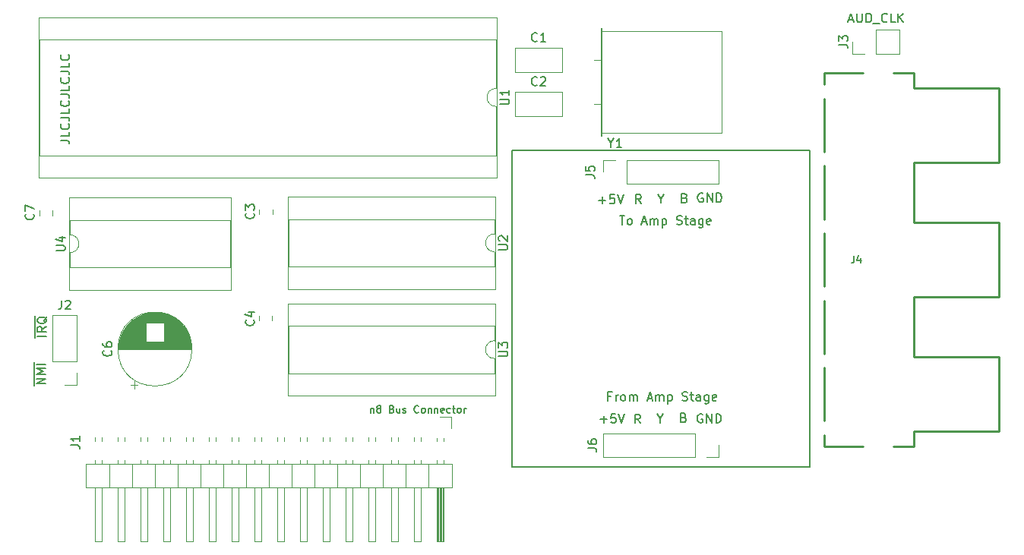
<source format=gbr>
%TF.GenerationSoftware,KiCad,Pcbnew,(6.0.5-0)*%
%TF.CreationDate,2023-04-14T17:42:22+02:00*%
%TF.ProjectId,pixel juice,70697865-6c20-46a7-9569-63652e6b6963,rev?*%
%TF.SameCoordinates,Original*%
%TF.FileFunction,Legend,Top*%
%TF.FilePolarity,Positive*%
%FSLAX46Y46*%
G04 Gerber Fmt 4.6, Leading zero omitted, Abs format (unit mm)*
G04 Created by KiCad (PCBNEW (6.0.5-0)) date 2023-04-14 17:42:22*
%MOMM*%
%LPD*%
G01*
G04 APERTURE LIST*
%ADD10C,0.200000*%
%ADD11C,0.150000*%
%ADD12C,0.120000*%
%ADD13C,0.250000*%
G04 APERTURE END LIST*
D10*
X104952380Y-80469047D02*
X105666666Y-80469047D01*
X105809523Y-80516666D01*
X105904761Y-80611904D01*
X105952380Y-80754761D01*
X105952380Y-80850000D01*
X105952380Y-79516666D02*
X105952380Y-79992857D01*
X104952380Y-79992857D01*
X105857142Y-78611904D02*
X105904761Y-78659523D01*
X105952380Y-78802380D01*
X105952380Y-78897619D01*
X105904761Y-79040476D01*
X105809523Y-79135714D01*
X105714285Y-79183333D01*
X105523809Y-79230952D01*
X105380952Y-79230952D01*
X105190476Y-79183333D01*
X105095238Y-79135714D01*
X105000000Y-79040476D01*
X104952380Y-78897619D01*
X104952380Y-78802380D01*
X105000000Y-78659523D01*
X105047619Y-78611904D01*
X104952380Y-77897619D02*
X105666666Y-77897619D01*
X105809523Y-77945238D01*
X105904761Y-78040476D01*
X105952380Y-78183333D01*
X105952380Y-78278571D01*
X105952380Y-76945238D02*
X105952380Y-77421428D01*
X104952380Y-77421428D01*
X105857142Y-76040476D02*
X105904761Y-76088095D01*
X105952380Y-76230952D01*
X105952380Y-76326190D01*
X105904761Y-76469047D01*
X105809523Y-76564285D01*
X105714285Y-76611904D01*
X105523809Y-76659523D01*
X105380952Y-76659523D01*
X105190476Y-76611904D01*
X105095238Y-76564285D01*
X105000000Y-76469047D01*
X104952380Y-76326190D01*
X104952380Y-76230952D01*
X105000000Y-76088095D01*
X105047619Y-76040476D01*
X104952380Y-75326190D02*
X105666666Y-75326190D01*
X105809523Y-75373809D01*
X105904761Y-75469047D01*
X105952380Y-75611904D01*
X105952380Y-75707142D01*
X105952380Y-74373809D02*
X105952380Y-74850000D01*
X104952380Y-74850000D01*
X105857142Y-73469047D02*
X105904761Y-73516666D01*
X105952380Y-73659523D01*
X105952380Y-73754761D01*
X105904761Y-73897619D01*
X105809523Y-73992857D01*
X105714285Y-74040476D01*
X105523809Y-74088095D01*
X105380952Y-74088095D01*
X105190476Y-74040476D01*
X105095238Y-73992857D01*
X105000000Y-73897619D01*
X104952380Y-73754761D01*
X104952380Y-73659523D01*
X105000000Y-73516666D01*
X105047619Y-73469047D01*
X104952380Y-72754761D02*
X105666666Y-72754761D01*
X105809523Y-72802380D01*
X105904761Y-72897619D01*
X105952380Y-73040476D01*
X105952380Y-73135714D01*
X105952380Y-71802380D02*
X105952380Y-72278571D01*
X104952380Y-72278571D01*
X105857142Y-70897619D02*
X105904761Y-70945238D01*
X105952380Y-71088095D01*
X105952380Y-71183333D01*
X105904761Y-71326190D01*
X105809523Y-71421428D01*
X105714285Y-71469047D01*
X105523809Y-71516666D01*
X105380952Y-71516666D01*
X105190476Y-71469047D01*
X105095238Y-71421428D01*
X105000000Y-71326190D01*
X104952380Y-71183333D01*
X104952380Y-71088095D01*
X105000000Y-70945238D01*
X105047619Y-70897619D01*
X155300000Y-81550000D02*
X188450000Y-81550000D01*
X188450000Y-81550000D02*
X188450000Y-116900000D01*
X188450000Y-116900000D02*
X155300000Y-116900000D01*
X155300000Y-116900000D02*
X155300000Y-81550000D01*
D11*
X139522857Y-110318571D02*
X139522857Y-110851904D01*
X139522857Y-110394761D02*
X139560952Y-110356666D01*
X139637142Y-110318571D01*
X139751428Y-110318571D01*
X139827619Y-110356666D01*
X139865714Y-110432857D01*
X139865714Y-110851904D01*
X140360952Y-110394761D02*
X140284761Y-110356666D01*
X140246666Y-110318571D01*
X140208571Y-110242380D01*
X140208571Y-110204285D01*
X140246666Y-110128095D01*
X140284761Y-110090000D01*
X140360952Y-110051904D01*
X140513333Y-110051904D01*
X140589523Y-110090000D01*
X140627619Y-110128095D01*
X140665714Y-110204285D01*
X140665714Y-110242380D01*
X140627619Y-110318571D01*
X140589523Y-110356666D01*
X140513333Y-110394761D01*
X140360952Y-110394761D01*
X140284761Y-110432857D01*
X140246666Y-110470952D01*
X140208571Y-110547142D01*
X140208571Y-110699523D01*
X140246666Y-110775714D01*
X140284761Y-110813809D01*
X140360952Y-110851904D01*
X140513333Y-110851904D01*
X140589523Y-110813809D01*
X140627619Y-110775714D01*
X140665714Y-110699523D01*
X140665714Y-110547142D01*
X140627619Y-110470952D01*
X140589523Y-110432857D01*
X140513333Y-110394761D01*
X141884761Y-110432857D02*
X141999047Y-110470952D01*
X142037142Y-110509047D01*
X142075238Y-110585238D01*
X142075238Y-110699523D01*
X142037142Y-110775714D01*
X141999047Y-110813809D01*
X141922857Y-110851904D01*
X141618095Y-110851904D01*
X141618095Y-110051904D01*
X141884761Y-110051904D01*
X141960952Y-110090000D01*
X141999047Y-110128095D01*
X142037142Y-110204285D01*
X142037142Y-110280476D01*
X141999047Y-110356666D01*
X141960952Y-110394761D01*
X141884761Y-110432857D01*
X141618095Y-110432857D01*
X142760952Y-110318571D02*
X142760952Y-110851904D01*
X142418095Y-110318571D02*
X142418095Y-110737619D01*
X142456190Y-110813809D01*
X142532380Y-110851904D01*
X142646666Y-110851904D01*
X142722857Y-110813809D01*
X142760952Y-110775714D01*
X143103809Y-110813809D02*
X143180000Y-110851904D01*
X143332380Y-110851904D01*
X143408571Y-110813809D01*
X143446666Y-110737619D01*
X143446666Y-110699523D01*
X143408571Y-110623333D01*
X143332380Y-110585238D01*
X143218095Y-110585238D01*
X143141904Y-110547142D01*
X143103809Y-110470952D01*
X143103809Y-110432857D01*
X143141904Y-110356666D01*
X143218095Y-110318571D01*
X143332380Y-110318571D01*
X143408571Y-110356666D01*
X144856190Y-110775714D02*
X144818095Y-110813809D01*
X144703809Y-110851904D01*
X144627619Y-110851904D01*
X144513333Y-110813809D01*
X144437142Y-110737619D01*
X144399047Y-110661428D01*
X144360952Y-110509047D01*
X144360952Y-110394761D01*
X144399047Y-110242380D01*
X144437142Y-110166190D01*
X144513333Y-110090000D01*
X144627619Y-110051904D01*
X144703809Y-110051904D01*
X144818095Y-110090000D01*
X144856190Y-110128095D01*
X145313333Y-110851904D02*
X145237142Y-110813809D01*
X145199047Y-110775714D01*
X145160952Y-110699523D01*
X145160952Y-110470952D01*
X145199047Y-110394761D01*
X145237142Y-110356666D01*
X145313333Y-110318571D01*
X145427619Y-110318571D01*
X145503809Y-110356666D01*
X145541904Y-110394761D01*
X145580000Y-110470952D01*
X145580000Y-110699523D01*
X145541904Y-110775714D01*
X145503809Y-110813809D01*
X145427619Y-110851904D01*
X145313333Y-110851904D01*
X145922857Y-110318571D02*
X145922857Y-110851904D01*
X145922857Y-110394761D02*
X145960952Y-110356666D01*
X146037142Y-110318571D01*
X146151428Y-110318571D01*
X146227619Y-110356666D01*
X146265714Y-110432857D01*
X146265714Y-110851904D01*
X146646666Y-110318571D02*
X146646666Y-110851904D01*
X146646666Y-110394761D02*
X146684761Y-110356666D01*
X146760952Y-110318571D01*
X146875238Y-110318571D01*
X146951428Y-110356666D01*
X146989523Y-110432857D01*
X146989523Y-110851904D01*
X147675238Y-110813809D02*
X147599047Y-110851904D01*
X147446666Y-110851904D01*
X147370476Y-110813809D01*
X147332380Y-110737619D01*
X147332380Y-110432857D01*
X147370476Y-110356666D01*
X147446666Y-110318571D01*
X147599047Y-110318571D01*
X147675238Y-110356666D01*
X147713333Y-110432857D01*
X147713333Y-110509047D01*
X147332380Y-110585238D01*
X148399047Y-110813809D02*
X148322857Y-110851904D01*
X148170476Y-110851904D01*
X148094285Y-110813809D01*
X148056190Y-110775714D01*
X148018095Y-110699523D01*
X148018095Y-110470952D01*
X148056190Y-110394761D01*
X148094285Y-110356666D01*
X148170476Y-110318571D01*
X148322857Y-110318571D01*
X148399047Y-110356666D01*
X148627619Y-110318571D02*
X148932380Y-110318571D01*
X148741904Y-110051904D02*
X148741904Y-110737619D01*
X148780000Y-110813809D01*
X148856190Y-110851904D01*
X148932380Y-110851904D01*
X149313333Y-110851904D02*
X149237142Y-110813809D01*
X149199047Y-110775714D01*
X149160952Y-110699523D01*
X149160952Y-110470952D01*
X149199047Y-110394761D01*
X149237142Y-110356666D01*
X149313333Y-110318571D01*
X149427619Y-110318571D01*
X149503809Y-110356666D01*
X149541904Y-110394761D01*
X149580000Y-110470952D01*
X149580000Y-110699523D01*
X149541904Y-110775714D01*
X149503809Y-110813809D01*
X149427619Y-110851904D01*
X149313333Y-110851904D01*
X149922857Y-110851904D02*
X149922857Y-110318571D01*
X149922857Y-110470952D02*
X149960952Y-110394761D01*
X149999047Y-110356666D01*
X150075238Y-110318571D01*
X150151428Y-110318571D01*
X166309523Y-108978571D02*
X165976190Y-108978571D01*
X165976190Y-109502380D02*
X165976190Y-108502380D01*
X166452380Y-108502380D01*
X166833333Y-109502380D02*
X166833333Y-108835714D01*
X166833333Y-109026190D02*
X166880952Y-108930952D01*
X166928571Y-108883333D01*
X167023809Y-108835714D01*
X167119047Y-108835714D01*
X167595238Y-109502380D02*
X167500000Y-109454761D01*
X167452380Y-109407142D01*
X167404761Y-109311904D01*
X167404761Y-109026190D01*
X167452380Y-108930952D01*
X167500000Y-108883333D01*
X167595238Y-108835714D01*
X167738095Y-108835714D01*
X167833333Y-108883333D01*
X167880952Y-108930952D01*
X167928571Y-109026190D01*
X167928571Y-109311904D01*
X167880952Y-109407142D01*
X167833333Y-109454761D01*
X167738095Y-109502380D01*
X167595238Y-109502380D01*
X168357142Y-109502380D02*
X168357142Y-108835714D01*
X168357142Y-108930952D02*
X168404761Y-108883333D01*
X168500000Y-108835714D01*
X168642857Y-108835714D01*
X168738095Y-108883333D01*
X168785714Y-108978571D01*
X168785714Y-109502380D01*
X168785714Y-108978571D02*
X168833333Y-108883333D01*
X168928571Y-108835714D01*
X169071428Y-108835714D01*
X169166666Y-108883333D01*
X169214285Y-108978571D01*
X169214285Y-109502380D01*
X170404761Y-109216666D02*
X170880952Y-109216666D01*
X170309523Y-109502380D02*
X170642857Y-108502380D01*
X170976190Y-109502380D01*
X171309523Y-109502380D02*
X171309523Y-108835714D01*
X171309523Y-108930952D02*
X171357142Y-108883333D01*
X171452380Y-108835714D01*
X171595238Y-108835714D01*
X171690476Y-108883333D01*
X171738095Y-108978571D01*
X171738095Y-109502380D01*
X171738095Y-108978571D02*
X171785714Y-108883333D01*
X171880952Y-108835714D01*
X172023809Y-108835714D01*
X172119047Y-108883333D01*
X172166666Y-108978571D01*
X172166666Y-109502380D01*
X172642857Y-108835714D02*
X172642857Y-109835714D01*
X172642857Y-108883333D02*
X172738095Y-108835714D01*
X172928571Y-108835714D01*
X173023809Y-108883333D01*
X173071428Y-108930952D01*
X173119047Y-109026190D01*
X173119047Y-109311904D01*
X173071428Y-109407142D01*
X173023809Y-109454761D01*
X172928571Y-109502380D01*
X172738095Y-109502380D01*
X172642857Y-109454761D01*
X174261904Y-109454761D02*
X174404761Y-109502380D01*
X174642857Y-109502380D01*
X174738095Y-109454761D01*
X174785714Y-109407142D01*
X174833333Y-109311904D01*
X174833333Y-109216666D01*
X174785714Y-109121428D01*
X174738095Y-109073809D01*
X174642857Y-109026190D01*
X174452380Y-108978571D01*
X174357142Y-108930952D01*
X174309523Y-108883333D01*
X174261904Y-108788095D01*
X174261904Y-108692857D01*
X174309523Y-108597619D01*
X174357142Y-108550000D01*
X174452380Y-108502380D01*
X174690476Y-108502380D01*
X174833333Y-108550000D01*
X175119047Y-108835714D02*
X175500000Y-108835714D01*
X175261904Y-108502380D02*
X175261904Y-109359523D01*
X175309523Y-109454761D01*
X175404761Y-109502380D01*
X175500000Y-109502380D01*
X176261904Y-109502380D02*
X176261904Y-108978571D01*
X176214285Y-108883333D01*
X176119047Y-108835714D01*
X175928571Y-108835714D01*
X175833333Y-108883333D01*
X176261904Y-109454761D02*
X176166666Y-109502380D01*
X175928571Y-109502380D01*
X175833333Y-109454761D01*
X175785714Y-109359523D01*
X175785714Y-109264285D01*
X175833333Y-109169047D01*
X175928571Y-109121428D01*
X176166666Y-109121428D01*
X176261904Y-109073809D01*
X177166666Y-108835714D02*
X177166666Y-109645238D01*
X177119047Y-109740476D01*
X177071428Y-109788095D01*
X176976190Y-109835714D01*
X176833333Y-109835714D01*
X176738095Y-109788095D01*
X177166666Y-109454761D02*
X177071428Y-109502380D01*
X176880952Y-109502380D01*
X176785714Y-109454761D01*
X176738095Y-109407142D01*
X176690476Y-109311904D01*
X176690476Y-109026190D01*
X176738095Y-108930952D01*
X176785714Y-108883333D01*
X176880952Y-108835714D01*
X177071428Y-108835714D01*
X177166666Y-108883333D01*
X178023809Y-109454761D02*
X177928571Y-109502380D01*
X177738095Y-109502380D01*
X177642857Y-109454761D01*
X177595238Y-109359523D01*
X177595238Y-108978571D01*
X177642857Y-108883333D01*
X177738095Y-108835714D01*
X177928571Y-108835714D01*
X178023809Y-108883333D01*
X178071428Y-108978571D01*
X178071428Y-109073809D01*
X177595238Y-109169047D01*
X102020000Y-107838333D02*
X102020000Y-106790714D01*
X103302380Y-107600238D02*
X102302380Y-107600238D01*
X103302380Y-107028809D01*
X102302380Y-107028809D01*
X102020000Y-106790714D02*
X102020000Y-105647857D01*
X103302380Y-106552619D02*
X102302380Y-106552619D01*
X103016666Y-106219285D01*
X102302380Y-105885952D01*
X103302380Y-105885952D01*
X102020000Y-105647857D02*
X102020000Y-105171666D01*
X103302380Y-105409761D02*
X102302380Y-105409761D01*
X171800000Y-111476190D02*
X171800000Y-111952380D01*
X171466666Y-110952380D02*
X171800000Y-111476190D01*
X172133333Y-110952380D01*
X164964285Y-87121428D02*
X165726190Y-87121428D01*
X165345238Y-87502380D02*
X165345238Y-86740476D01*
X166678571Y-86502380D02*
X166202380Y-86502380D01*
X166154761Y-86978571D01*
X166202380Y-86930952D01*
X166297619Y-86883333D01*
X166535714Y-86883333D01*
X166630952Y-86930952D01*
X166678571Y-86978571D01*
X166726190Y-87073809D01*
X166726190Y-87311904D01*
X166678571Y-87407142D01*
X166630952Y-87454761D01*
X166535714Y-87502380D01*
X166297619Y-87502380D01*
X166202380Y-87454761D01*
X166154761Y-87407142D01*
X167011904Y-86502380D02*
X167345238Y-87502380D01*
X167678571Y-86502380D01*
X169559523Y-112002380D02*
X169226190Y-111526190D01*
X168988095Y-112002380D02*
X168988095Y-111002380D01*
X169369047Y-111002380D01*
X169464285Y-111050000D01*
X169511904Y-111097619D01*
X169559523Y-111192857D01*
X169559523Y-111335714D01*
X169511904Y-111430952D01*
X169464285Y-111478571D01*
X169369047Y-111526190D01*
X168988095Y-111526190D01*
X176488095Y-111000000D02*
X176392857Y-110952380D01*
X176250000Y-110952380D01*
X176107142Y-111000000D01*
X176011904Y-111095238D01*
X175964285Y-111190476D01*
X175916666Y-111380952D01*
X175916666Y-111523809D01*
X175964285Y-111714285D01*
X176011904Y-111809523D01*
X176107142Y-111904761D01*
X176250000Y-111952380D01*
X176345238Y-111952380D01*
X176488095Y-111904761D01*
X176535714Y-111857142D01*
X176535714Y-111523809D01*
X176345238Y-111523809D01*
X176964285Y-111952380D02*
X176964285Y-110952380D01*
X177535714Y-111952380D01*
X177535714Y-110952380D01*
X178011904Y-111952380D02*
X178011904Y-110952380D01*
X178250000Y-110952380D01*
X178392857Y-111000000D01*
X178488095Y-111095238D01*
X178535714Y-111190476D01*
X178583333Y-111380952D01*
X178583333Y-111523809D01*
X178535714Y-111714285D01*
X178488095Y-111809523D01*
X178392857Y-111904761D01*
X178250000Y-111952380D01*
X178011904Y-111952380D01*
X167257142Y-88852380D02*
X167828571Y-88852380D01*
X167542857Y-89852380D02*
X167542857Y-88852380D01*
X168304761Y-89852380D02*
X168209523Y-89804761D01*
X168161904Y-89757142D01*
X168114285Y-89661904D01*
X168114285Y-89376190D01*
X168161904Y-89280952D01*
X168209523Y-89233333D01*
X168304761Y-89185714D01*
X168447619Y-89185714D01*
X168542857Y-89233333D01*
X168590476Y-89280952D01*
X168638095Y-89376190D01*
X168638095Y-89661904D01*
X168590476Y-89757142D01*
X168542857Y-89804761D01*
X168447619Y-89852380D01*
X168304761Y-89852380D01*
X169780952Y-89566666D02*
X170257142Y-89566666D01*
X169685714Y-89852380D02*
X170019047Y-88852380D01*
X170352380Y-89852380D01*
X170685714Y-89852380D02*
X170685714Y-89185714D01*
X170685714Y-89280952D02*
X170733333Y-89233333D01*
X170828571Y-89185714D01*
X170971428Y-89185714D01*
X171066666Y-89233333D01*
X171114285Y-89328571D01*
X171114285Y-89852380D01*
X171114285Y-89328571D02*
X171161904Y-89233333D01*
X171257142Y-89185714D01*
X171400000Y-89185714D01*
X171495238Y-89233333D01*
X171542857Y-89328571D01*
X171542857Y-89852380D01*
X172019047Y-89185714D02*
X172019047Y-90185714D01*
X172019047Y-89233333D02*
X172114285Y-89185714D01*
X172304761Y-89185714D01*
X172400000Y-89233333D01*
X172447619Y-89280952D01*
X172495238Y-89376190D01*
X172495238Y-89661904D01*
X172447619Y-89757142D01*
X172400000Y-89804761D01*
X172304761Y-89852380D01*
X172114285Y-89852380D01*
X172019047Y-89804761D01*
X173638095Y-89804761D02*
X173780952Y-89852380D01*
X174019047Y-89852380D01*
X174114285Y-89804761D01*
X174161904Y-89757142D01*
X174209523Y-89661904D01*
X174209523Y-89566666D01*
X174161904Y-89471428D01*
X174114285Y-89423809D01*
X174019047Y-89376190D01*
X173828571Y-89328571D01*
X173733333Y-89280952D01*
X173685714Y-89233333D01*
X173638095Y-89138095D01*
X173638095Y-89042857D01*
X173685714Y-88947619D01*
X173733333Y-88900000D01*
X173828571Y-88852380D01*
X174066666Y-88852380D01*
X174209523Y-88900000D01*
X174495238Y-89185714D02*
X174876190Y-89185714D01*
X174638095Y-88852380D02*
X174638095Y-89709523D01*
X174685714Y-89804761D01*
X174780952Y-89852380D01*
X174876190Y-89852380D01*
X175638095Y-89852380D02*
X175638095Y-89328571D01*
X175590476Y-89233333D01*
X175495238Y-89185714D01*
X175304761Y-89185714D01*
X175209523Y-89233333D01*
X175638095Y-89804761D02*
X175542857Y-89852380D01*
X175304761Y-89852380D01*
X175209523Y-89804761D01*
X175161904Y-89709523D01*
X175161904Y-89614285D01*
X175209523Y-89519047D01*
X175304761Y-89471428D01*
X175542857Y-89471428D01*
X175638095Y-89423809D01*
X176542857Y-89185714D02*
X176542857Y-89995238D01*
X176495238Y-90090476D01*
X176447619Y-90138095D01*
X176352380Y-90185714D01*
X176209523Y-90185714D01*
X176114285Y-90138095D01*
X176542857Y-89804761D02*
X176447619Y-89852380D01*
X176257142Y-89852380D01*
X176161904Y-89804761D01*
X176114285Y-89757142D01*
X176066666Y-89661904D01*
X176066666Y-89376190D01*
X176114285Y-89280952D01*
X176161904Y-89233333D01*
X176257142Y-89185714D01*
X176447619Y-89185714D01*
X176542857Y-89233333D01*
X177400000Y-89804761D02*
X177304761Y-89852380D01*
X177114285Y-89852380D01*
X177019047Y-89804761D01*
X176971428Y-89709523D01*
X176971428Y-89328571D01*
X177019047Y-89233333D01*
X177114285Y-89185714D01*
X177304761Y-89185714D01*
X177400000Y-89233333D01*
X177447619Y-89328571D01*
X177447619Y-89423809D01*
X176971428Y-89519047D01*
X192802380Y-67016666D02*
X193278571Y-67016666D01*
X192707142Y-67302380D02*
X193040476Y-66302380D01*
X193373809Y-67302380D01*
X193707142Y-66302380D02*
X193707142Y-67111904D01*
X193754761Y-67207142D01*
X193802380Y-67254761D01*
X193897619Y-67302380D01*
X194088095Y-67302380D01*
X194183333Y-67254761D01*
X194230952Y-67207142D01*
X194278571Y-67111904D01*
X194278571Y-66302380D01*
X194754761Y-67302380D02*
X194754761Y-66302380D01*
X194992857Y-66302380D01*
X195135714Y-66350000D01*
X195230952Y-66445238D01*
X195278571Y-66540476D01*
X195326190Y-66730952D01*
X195326190Y-66873809D01*
X195278571Y-67064285D01*
X195230952Y-67159523D01*
X195135714Y-67254761D01*
X194992857Y-67302380D01*
X194754761Y-67302380D01*
X195516666Y-67397619D02*
X196278571Y-67397619D01*
X197088095Y-67207142D02*
X197040476Y-67254761D01*
X196897619Y-67302380D01*
X196802380Y-67302380D01*
X196659523Y-67254761D01*
X196564285Y-67159523D01*
X196516666Y-67064285D01*
X196469047Y-66873809D01*
X196469047Y-66730952D01*
X196516666Y-66540476D01*
X196564285Y-66445238D01*
X196659523Y-66350000D01*
X196802380Y-66302380D01*
X196897619Y-66302380D01*
X197040476Y-66350000D01*
X197088095Y-66397619D01*
X197992857Y-67302380D02*
X197516666Y-67302380D01*
X197516666Y-66302380D01*
X198326190Y-67302380D02*
X198326190Y-66302380D01*
X198897619Y-67302380D02*
X198469047Y-66730952D01*
X198897619Y-66302380D02*
X198326190Y-66873809D01*
X102070000Y-102516904D02*
X102070000Y-102040714D01*
X103352380Y-102278809D02*
X102352380Y-102278809D01*
X102070000Y-102040714D02*
X102070000Y-101040714D01*
X103352380Y-101231190D02*
X102876190Y-101564523D01*
X103352380Y-101802619D02*
X102352380Y-101802619D01*
X102352380Y-101421666D01*
X102400000Y-101326428D01*
X102447619Y-101278809D01*
X102542857Y-101231190D01*
X102685714Y-101231190D01*
X102780952Y-101278809D01*
X102828571Y-101326428D01*
X102876190Y-101421666D01*
X102876190Y-101802619D01*
X102070000Y-101040714D02*
X102070000Y-99993095D01*
X103447619Y-100135952D02*
X103400000Y-100231190D01*
X103304761Y-100326428D01*
X103161904Y-100469285D01*
X103114285Y-100564523D01*
X103114285Y-100659761D01*
X103352380Y-100612142D02*
X103304761Y-100707380D01*
X103209523Y-100802619D01*
X103019047Y-100850238D01*
X102685714Y-100850238D01*
X102495238Y-100802619D01*
X102400000Y-100707380D01*
X102352380Y-100612142D01*
X102352380Y-100421666D01*
X102400000Y-100326428D01*
X102495238Y-100231190D01*
X102685714Y-100183571D01*
X103019047Y-100183571D01*
X103209523Y-100231190D01*
X103304761Y-100326428D01*
X103352380Y-100421666D01*
X103352380Y-100612142D01*
X174521428Y-86878571D02*
X174664285Y-86926190D01*
X174711904Y-86973809D01*
X174759523Y-87069047D01*
X174759523Y-87211904D01*
X174711904Y-87307142D01*
X174664285Y-87354761D01*
X174569047Y-87402380D01*
X174188095Y-87402380D01*
X174188095Y-86402380D01*
X174521428Y-86402380D01*
X174616666Y-86450000D01*
X174664285Y-86497619D01*
X174711904Y-86592857D01*
X174711904Y-86688095D01*
X174664285Y-86783333D01*
X174616666Y-86830952D01*
X174521428Y-86878571D01*
X174188095Y-86878571D01*
X169659523Y-87502380D02*
X169326190Y-87026190D01*
X169088095Y-87502380D02*
X169088095Y-86502380D01*
X169469047Y-86502380D01*
X169564285Y-86550000D01*
X169611904Y-86597619D01*
X169659523Y-86692857D01*
X169659523Y-86835714D01*
X169611904Y-86930952D01*
X169564285Y-86978571D01*
X169469047Y-87026190D01*
X169088095Y-87026190D01*
X174421428Y-111378571D02*
X174564285Y-111426190D01*
X174611904Y-111473809D01*
X174659523Y-111569047D01*
X174659523Y-111711904D01*
X174611904Y-111807142D01*
X174564285Y-111854761D01*
X174469047Y-111902380D01*
X174088095Y-111902380D01*
X174088095Y-110902380D01*
X174421428Y-110902380D01*
X174516666Y-110950000D01*
X174564285Y-110997619D01*
X174611904Y-111092857D01*
X174611904Y-111188095D01*
X174564285Y-111283333D01*
X174516666Y-111330952D01*
X174421428Y-111378571D01*
X174088095Y-111378571D01*
X176538095Y-86400000D02*
X176442857Y-86352380D01*
X176300000Y-86352380D01*
X176157142Y-86400000D01*
X176061904Y-86495238D01*
X176014285Y-86590476D01*
X175966666Y-86780952D01*
X175966666Y-86923809D01*
X176014285Y-87114285D01*
X176061904Y-87209523D01*
X176157142Y-87304761D01*
X176300000Y-87352380D01*
X176395238Y-87352380D01*
X176538095Y-87304761D01*
X176585714Y-87257142D01*
X176585714Y-86923809D01*
X176395238Y-86923809D01*
X177014285Y-87352380D02*
X177014285Y-86352380D01*
X177585714Y-87352380D01*
X177585714Y-86352380D01*
X178061904Y-87352380D02*
X178061904Y-86352380D01*
X178300000Y-86352380D01*
X178442857Y-86400000D01*
X178538095Y-86495238D01*
X178585714Y-86590476D01*
X178633333Y-86780952D01*
X178633333Y-86923809D01*
X178585714Y-87114285D01*
X178538095Y-87209523D01*
X178442857Y-87304761D01*
X178300000Y-87352380D01*
X178061904Y-87352380D01*
X165114285Y-111571428D02*
X165876190Y-111571428D01*
X165495238Y-111952380D02*
X165495238Y-111190476D01*
X166828571Y-110952380D02*
X166352380Y-110952380D01*
X166304761Y-111428571D01*
X166352380Y-111380952D01*
X166447619Y-111333333D01*
X166685714Y-111333333D01*
X166780952Y-111380952D01*
X166828571Y-111428571D01*
X166876190Y-111523809D01*
X166876190Y-111761904D01*
X166828571Y-111857142D01*
X166780952Y-111904761D01*
X166685714Y-111952380D01*
X166447619Y-111952380D01*
X166352380Y-111904761D01*
X166304761Y-111857142D01*
X167161904Y-110952380D02*
X167495238Y-111952380D01*
X167828571Y-110952380D01*
X171900000Y-86976190D02*
X171900000Y-87452380D01*
X171566666Y-86452380D02*
X171900000Y-86976190D01*
X172233333Y-86452380D01*
%TO.C,J1*%
X106102380Y-114430133D02*
X106816666Y-114430133D01*
X106959523Y-114477752D01*
X107054761Y-114572990D01*
X107102380Y-114715847D01*
X107102380Y-114811085D01*
X107102380Y-113430133D02*
X107102380Y-114001561D01*
X107102380Y-113715847D02*
X106102380Y-113715847D01*
X106245238Y-113811085D01*
X106340476Y-113906323D01*
X106388095Y-114001561D01*
%TO.C,U3*%
X153785980Y-104551704D02*
X154595504Y-104551704D01*
X154690742Y-104504085D01*
X154738361Y-104456466D01*
X154785980Y-104361228D01*
X154785980Y-104170752D01*
X154738361Y-104075514D01*
X154690742Y-104027895D01*
X154595504Y-103980276D01*
X153785980Y-103980276D01*
X153785980Y-103599323D02*
X153785980Y-102980276D01*
X154166933Y-103313609D01*
X154166933Y-103170752D01*
X154214552Y-103075514D01*
X154262171Y-103027895D01*
X154357409Y-102980276D01*
X154595504Y-102980276D01*
X154690742Y-103027895D01*
X154738361Y-103075514D01*
X154785980Y-103170752D01*
X154785980Y-103456466D01*
X154738361Y-103551704D01*
X154690742Y-103599323D01*
%TO.C,C3*%
X126457142Y-88566666D02*
X126504761Y-88614285D01*
X126552380Y-88757142D01*
X126552380Y-88852380D01*
X126504761Y-88995238D01*
X126409523Y-89090476D01*
X126314285Y-89138095D01*
X126123809Y-89185714D01*
X125980952Y-89185714D01*
X125790476Y-89138095D01*
X125695238Y-89090476D01*
X125600000Y-88995238D01*
X125552380Y-88852380D01*
X125552380Y-88757142D01*
X125600000Y-88614285D01*
X125647619Y-88566666D01*
X125552380Y-88233333D02*
X125552380Y-87614285D01*
X125933333Y-87947619D01*
X125933333Y-87804761D01*
X125980952Y-87709523D01*
X126028571Y-87661904D01*
X126123809Y-87614285D01*
X126361904Y-87614285D01*
X126457142Y-87661904D01*
X126504761Y-87709523D01*
X126552380Y-87804761D01*
X126552380Y-88090476D01*
X126504761Y-88185714D01*
X126457142Y-88233333D01*
%TO.C,U4*%
X104447380Y-92751904D02*
X105256904Y-92751904D01*
X105352142Y-92704285D01*
X105399761Y-92656666D01*
X105447380Y-92561428D01*
X105447380Y-92370952D01*
X105399761Y-92275714D01*
X105352142Y-92228095D01*
X105256904Y-92180476D01*
X104447380Y-92180476D01*
X104780714Y-91275714D02*
X105447380Y-91275714D01*
X104399761Y-91513809D02*
X105114047Y-91751904D01*
X105114047Y-91132857D01*
%TO.C,U2*%
X153785980Y-92651704D02*
X154595504Y-92651704D01*
X154690742Y-92604085D01*
X154738361Y-92556466D01*
X154785980Y-92461228D01*
X154785980Y-92270752D01*
X154738361Y-92175514D01*
X154690742Y-92127895D01*
X154595504Y-92080276D01*
X153785980Y-92080276D01*
X153881219Y-91651704D02*
X153833600Y-91604085D01*
X153785980Y-91508847D01*
X153785980Y-91270752D01*
X153833600Y-91175514D01*
X153881219Y-91127895D01*
X153976457Y-91080276D01*
X154071695Y-91080276D01*
X154214552Y-91127895D01*
X154785980Y-91699323D01*
X154785980Y-91080276D01*
%TO.C,J4*%
X193387532Y-93318803D02*
X193387532Y-93881233D01*
X193350037Y-93993719D01*
X193275046Y-94068710D01*
X193162560Y-94106205D01*
X193087570Y-94106205D01*
X194099944Y-93581271D02*
X194099944Y-94106205D01*
X193912467Y-93281308D02*
X193724990Y-93843738D01*
X194212430Y-93843738D01*
%TO.C,C7*%
X101907142Y-88666666D02*
X101954761Y-88714285D01*
X102002380Y-88857142D01*
X102002380Y-88952380D01*
X101954761Y-89095238D01*
X101859523Y-89190476D01*
X101764285Y-89238095D01*
X101573809Y-89285714D01*
X101430952Y-89285714D01*
X101240476Y-89238095D01*
X101145238Y-89190476D01*
X101050000Y-89095238D01*
X101002380Y-88952380D01*
X101002380Y-88857142D01*
X101050000Y-88714285D01*
X101097619Y-88666666D01*
X101002380Y-88333333D02*
X101002380Y-87666666D01*
X102002380Y-88095238D01*
%TO.C,C4*%
X126457142Y-100479266D02*
X126504761Y-100526885D01*
X126552380Y-100669742D01*
X126552380Y-100764980D01*
X126504761Y-100907838D01*
X126409523Y-101003076D01*
X126314285Y-101050695D01*
X126123809Y-101098314D01*
X125980952Y-101098314D01*
X125790476Y-101050695D01*
X125695238Y-101003076D01*
X125600000Y-100907838D01*
X125552380Y-100764980D01*
X125552380Y-100669742D01*
X125600000Y-100526885D01*
X125647619Y-100479266D01*
X125885714Y-99622123D02*
X126552380Y-99622123D01*
X125504761Y-99860219D02*
X126219047Y-100098314D01*
X126219047Y-99479266D01*
%TO.C,J6*%
X163702380Y-114783333D02*
X164416666Y-114783333D01*
X164559523Y-114830952D01*
X164654761Y-114926190D01*
X164702380Y-115069047D01*
X164702380Y-115164285D01*
X163702380Y-113878571D02*
X163702380Y-114069047D01*
X163750000Y-114164285D01*
X163797619Y-114211904D01*
X163940476Y-114307142D01*
X164130952Y-114354761D01*
X164511904Y-114354761D01*
X164607142Y-114307142D01*
X164654761Y-114259523D01*
X164702380Y-114164285D01*
X164702380Y-113973809D01*
X164654761Y-113878571D01*
X164607142Y-113830952D01*
X164511904Y-113783333D01*
X164273809Y-113783333D01*
X164178571Y-113830952D01*
X164130952Y-113878571D01*
X164083333Y-113973809D01*
X164083333Y-114164285D01*
X164130952Y-114259523D01*
X164178571Y-114307142D01*
X164273809Y-114354761D01*
%TO.C,J3*%
X191697380Y-69783333D02*
X192411666Y-69783333D01*
X192554523Y-69830952D01*
X192649761Y-69926190D01*
X192697380Y-70069047D01*
X192697380Y-70164285D01*
X191697380Y-69402380D02*
X191697380Y-68783333D01*
X192078333Y-69116666D01*
X192078333Y-68973809D01*
X192125952Y-68878571D01*
X192173571Y-68830952D01*
X192268809Y-68783333D01*
X192506904Y-68783333D01*
X192602142Y-68830952D01*
X192649761Y-68878571D01*
X192697380Y-68973809D01*
X192697380Y-69259523D01*
X192649761Y-69354761D01*
X192602142Y-69402380D01*
%TO.C,C6*%
X110582142Y-103894366D02*
X110629761Y-103941985D01*
X110677380Y-104084842D01*
X110677380Y-104180080D01*
X110629761Y-104322938D01*
X110534523Y-104418176D01*
X110439285Y-104465795D01*
X110248809Y-104513414D01*
X110105952Y-104513414D01*
X109915476Y-104465795D01*
X109820238Y-104418176D01*
X109725000Y-104322938D01*
X109677380Y-104180080D01*
X109677380Y-104084842D01*
X109725000Y-103941985D01*
X109772619Y-103894366D01*
X109677380Y-103037223D02*
X109677380Y-103227700D01*
X109725000Y-103322938D01*
X109772619Y-103370557D01*
X109915476Y-103465795D01*
X110105952Y-103513414D01*
X110486904Y-103513414D01*
X110582142Y-103465795D01*
X110629761Y-103418176D01*
X110677380Y-103322938D01*
X110677380Y-103132461D01*
X110629761Y-103037223D01*
X110582142Y-102989604D01*
X110486904Y-102941985D01*
X110248809Y-102941985D01*
X110153571Y-102989604D01*
X110105952Y-103037223D01*
X110058333Y-103132461D01*
X110058333Y-103322938D01*
X110105952Y-103418176D01*
X110153571Y-103465795D01*
X110248809Y-103513414D01*
%TO.C,Y1*%
X166311309Y-80751190D02*
X166311309Y-81227380D01*
X165977976Y-80227380D02*
X166311309Y-80751190D01*
X166644642Y-80227380D01*
X167501785Y-81227380D02*
X166930357Y-81227380D01*
X167216071Y-81227380D02*
X167216071Y-80227380D01*
X167120833Y-80370238D01*
X167025595Y-80465476D01*
X166930357Y-80513095D01*
%TO.C,C2*%
X158083333Y-74257142D02*
X158035714Y-74304761D01*
X157892857Y-74352380D01*
X157797619Y-74352380D01*
X157654761Y-74304761D01*
X157559523Y-74209523D01*
X157511904Y-74114285D01*
X157464285Y-73923809D01*
X157464285Y-73780952D01*
X157511904Y-73590476D01*
X157559523Y-73495238D01*
X157654761Y-73400000D01*
X157797619Y-73352380D01*
X157892857Y-73352380D01*
X158035714Y-73400000D01*
X158083333Y-73447619D01*
X158464285Y-73447619D02*
X158511904Y-73400000D01*
X158607142Y-73352380D01*
X158845238Y-73352380D01*
X158940476Y-73400000D01*
X158988095Y-73447619D01*
X159035714Y-73542857D01*
X159035714Y-73638095D01*
X158988095Y-73780952D01*
X158416666Y-74352380D01*
X159035714Y-74352380D01*
%TO.C,C1*%
X158083333Y-69357142D02*
X158035714Y-69404761D01*
X157892857Y-69452380D01*
X157797619Y-69452380D01*
X157654761Y-69404761D01*
X157559523Y-69309523D01*
X157511904Y-69214285D01*
X157464285Y-69023809D01*
X157464285Y-68880952D01*
X157511904Y-68690476D01*
X157559523Y-68595238D01*
X157654761Y-68500000D01*
X157797619Y-68452380D01*
X157892857Y-68452380D01*
X158035714Y-68500000D01*
X158083333Y-68547619D01*
X159035714Y-69452380D02*
X158464285Y-69452380D01*
X158750000Y-69452380D02*
X158750000Y-68452380D01*
X158654761Y-68595238D01*
X158559523Y-68690476D01*
X158464285Y-68738095D01*
%TO.C,U1*%
X153945380Y-76429504D02*
X154754904Y-76429504D01*
X154850142Y-76381885D01*
X154897761Y-76334266D01*
X154945380Y-76239028D01*
X154945380Y-76048552D01*
X154897761Y-75953314D01*
X154850142Y-75905695D01*
X154754904Y-75858076D01*
X153945380Y-75858076D01*
X154945380Y-74858076D02*
X154945380Y-75429504D01*
X154945380Y-75143790D02*
X153945380Y-75143790D01*
X154088238Y-75239028D01*
X154183476Y-75334266D01*
X154231095Y-75429504D01*
%TO.C,J2*%
X105066666Y-98302380D02*
X105066666Y-99016666D01*
X105019047Y-99159523D01*
X104923809Y-99254761D01*
X104780952Y-99302380D01*
X104685714Y-99302380D01*
X105495238Y-98397619D02*
X105542857Y-98350000D01*
X105638095Y-98302380D01*
X105876190Y-98302380D01*
X105971428Y-98350000D01*
X106019047Y-98397619D01*
X106066666Y-98492857D01*
X106066666Y-98588095D01*
X106019047Y-98730952D01*
X105447619Y-99302380D01*
X106066666Y-99302380D01*
%TO.C,J5*%
X163482380Y-84308333D02*
X164196666Y-84308333D01*
X164339523Y-84355952D01*
X164434761Y-84451190D01*
X164482380Y-84594047D01*
X164482380Y-84689285D01*
X163482380Y-83355952D02*
X163482380Y-83832142D01*
X163958571Y-83879761D01*
X163910952Y-83832142D01*
X163863333Y-83736904D01*
X163863333Y-83498809D01*
X163910952Y-83403571D01*
X163958571Y-83355952D01*
X164053809Y-83308333D01*
X164291904Y-83308333D01*
X164387142Y-83355952D01*
X164434761Y-83403571D01*
X164482380Y-83498809D01*
X164482380Y-83736904D01*
X164434761Y-83832142D01*
X164387142Y-83879761D01*
D12*
%TO.C,J1*%
X126531100Y-113564929D02*
X126531100Y-114019071D01*
X124751100Y-116104929D02*
X124751100Y-116502000D01*
X134151100Y-125162000D02*
X134151100Y-119162000D01*
X137451100Y-125162000D02*
X136691100Y-125162000D01*
X132371100Y-125162000D02*
X131611100Y-125162000D01*
X131611100Y-116104929D02*
X131611100Y-116502000D01*
X135801100Y-116502000D02*
X135801100Y-119162000D01*
X136691100Y-113564929D02*
X136691100Y-114019071D01*
X147071100Y-119162000D02*
X147071100Y-125162000D01*
X115481100Y-116502000D02*
X115481100Y-119162000D01*
X119671100Y-125162000D02*
X118911100Y-125162000D01*
X112051100Y-116104929D02*
X112051100Y-116502000D01*
X112051100Y-125162000D02*
X111291100Y-125162000D01*
X114591100Y-119162000D02*
X114591100Y-125162000D01*
X121451100Y-113564929D02*
X121451100Y-114019071D01*
X144311100Y-113564929D02*
X144311100Y-114019071D01*
X139991100Y-113564929D02*
X139991100Y-114019071D01*
X116371100Y-113564929D02*
X116371100Y-114019071D01*
X110401100Y-116502000D02*
X110401100Y-119162000D01*
X148501100Y-111252000D02*
X148501100Y-112522000D01*
X146951100Y-119162000D02*
X146951100Y-125162000D01*
X142531100Y-119162000D02*
X142531100Y-125162000D01*
X134911100Y-116104929D02*
X134911100Y-116502000D01*
X107801100Y-119162000D02*
X148561100Y-119162000D01*
X143421100Y-116502000D02*
X143421100Y-119162000D01*
X123101100Y-116502000D02*
X123101100Y-119162000D01*
X141771100Y-125162000D02*
X141771100Y-119162000D01*
X147231100Y-111252000D02*
X148501100Y-111252000D01*
X137451100Y-119162000D02*
X137451100Y-125162000D01*
X117131100Y-113564929D02*
X117131100Y-114019071D01*
X139991100Y-119162000D02*
X139991100Y-125162000D01*
X146851100Y-116104929D02*
X146851100Y-116502000D01*
X139991100Y-125162000D02*
X139231100Y-125162000D01*
X141771100Y-116104929D02*
X141771100Y-116502000D01*
X147611100Y-119162000D02*
X147611100Y-125162000D01*
X109511100Y-113564929D02*
X109511100Y-114019071D01*
X146851100Y-125162000D02*
X146851100Y-119162000D01*
X112051100Y-113564929D02*
X112051100Y-114019071D01*
X134911100Y-119162000D02*
X134911100Y-125162000D01*
X122211100Y-125162000D02*
X121451100Y-125162000D01*
X137451100Y-116104929D02*
X137451100Y-116502000D01*
X109511100Y-125162000D02*
X108751100Y-125162000D01*
X136691100Y-116104929D02*
X136691100Y-116502000D01*
X145071100Y-116104929D02*
X145071100Y-116502000D01*
X114591100Y-116104929D02*
X114591100Y-116502000D01*
X107801100Y-116502000D02*
X107801100Y-119162000D01*
X112051100Y-119162000D02*
X112051100Y-125162000D01*
X138341100Y-116502000D02*
X138341100Y-119162000D01*
X121451100Y-116104929D02*
X121451100Y-116502000D01*
X129831100Y-125162000D02*
X129071100Y-125162000D01*
X119671100Y-119162000D02*
X119671100Y-125162000D01*
X129071100Y-125162000D02*
X129071100Y-119162000D01*
X145071100Y-119162000D02*
X145071100Y-125162000D01*
X113831100Y-113564929D02*
X113831100Y-114019071D01*
X127291100Y-113564929D02*
X127291100Y-114019071D01*
X147311100Y-119162000D02*
X147311100Y-125162000D01*
X124751100Y-125162000D02*
X123991100Y-125162000D01*
X123991100Y-116104929D02*
X123991100Y-116502000D01*
X137451100Y-113564929D02*
X137451100Y-114019071D01*
X134911100Y-113564929D02*
X134911100Y-114019071D01*
X122211100Y-116104929D02*
X122211100Y-116502000D01*
X147611100Y-113632000D02*
X147611100Y-114019071D01*
X109511100Y-119162000D02*
X109511100Y-125162000D01*
X147611100Y-116104929D02*
X147611100Y-116502000D01*
X113831100Y-125162000D02*
X113831100Y-119162000D01*
X129071100Y-116104929D02*
X129071100Y-116502000D01*
X139231100Y-125162000D02*
X139231100Y-119162000D01*
X148561100Y-116502000D02*
X107801100Y-116502000D01*
X131611100Y-125162000D02*
X131611100Y-119162000D01*
X140881100Y-116502000D02*
X140881100Y-119162000D01*
X147611100Y-125162000D02*
X146851100Y-125162000D01*
X139231100Y-116104929D02*
X139231100Y-116502000D01*
X142531100Y-116104929D02*
X142531100Y-116502000D01*
X116371100Y-125162000D02*
X116371100Y-119162000D01*
X117131100Y-119162000D02*
X117131100Y-125162000D01*
X111291100Y-116104929D02*
X111291100Y-116502000D01*
X145071100Y-113564929D02*
X145071100Y-114019071D01*
X122211100Y-119162000D02*
X122211100Y-125162000D01*
X128181100Y-116502000D02*
X128181100Y-119162000D01*
X117131100Y-116104929D02*
X117131100Y-116502000D01*
X145961100Y-116502000D02*
X145961100Y-119162000D01*
X108751100Y-116104929D02*
X108751100Y-116502000D01*
X129831100Y-113564929D02*
X129831100Y-114019071D01*
X118911100Y-113564929D02*
X118911100Y-114019071D01*
X108751100Y-125162000D02*
X108751100Y-119162000D01*
X127291100Y-119162000D02*
X127291100Y-125162000D01*
X132371100Y-119162000D02*
X132371100Y-125162000D01*
X119671100Y-116104929D02*
X119671100Y-116502000D01*
X111291100Y-125162000D02*
X111291100Y-119162000D01*
X131611100Y-113564929D02*
X131611100Y-114019071D01*
X108751100Y-113564929D02*
X108751100Y-114019071D01*
X145071100Y-125162000D02*
X144311100Y-125162000D01*
X129831100Y-116104929D02*
X129831100Y-116502000D01*
X127291100Y-125162000D02*
X126531100Y-125162000D01*
X113831100Y-116104929D02*
X113831100Y-116502000D01*
X132371100Y-113564929D02*
X132371100Y-114019071D01*
X146851100Y-113632000D02*
X146851100Y-114019071D01*
X126531100Y-116104929D02*
X126531100Y-116502000D01*
X118911100Y-125162000D02*
X118911100Y-119162000D01*
X130721100Y-116502000D02*
X130721100Y-119162000D01*
X127291100Y-116104929D02*
X127291100Y-116502000D01*
X124751100Y-113564929D02*
X124751100Y-114019071D01*
X116371100Y-116104929D02*
X116371100Y-116502000D01*
X142531100Y-113564929D02*
X142531100Y-114019071D01*
X112941100Y-116502000D02*
X112941100Y-119162000D01*
X117131100Y-125162000D02*
X116371100Y-125162000D01*
X114591100Y-113564929D02*
X114591100Y-114019071D01*
X129831100Y-119162000D02*
X129831100Y-125162000D01*
X118911100Y-116104929D02*
X118911100Y-116502000D01*
X144311100Y-116104929D02*
X144311100Y-116502000D01*
X109511100Y-116104929D02*
X109511100Y-116502000D01*
X141771100Y-113564929D02*
X141771100Y-114019071D01*
X142531100Y-125162000D02*
X141771100Y-125162000D01*
X123991100Y-125162000D02*
X123991100Y-119162000D01*
X147191100Y-119162000D02*
X147191100Y-125162000D01*
X144311100Y-125162000D02*
X144311100Y-119162000D01*
X125641100Y-116502000D02*
X125641100Y-119162000D01*
X121451100Y-125162000D02*
X121451100Y-119162000D01*
X119671100Y-113564929D02*
X119671100Y-114019071D01*
X134151100Y-116104929D02*
X134151100Y-116502000D01*
X139991100Y-116104929D02*
X139991100Y-116502000D01*
X139231100Y-113564929D02*
X139231100Y-114019071D01*
X148561100Y-119162000D02*
X148561100Y-116502000D01*
X147551100Y-119162000D02*
X147551100Y-125162000D01*
X122211100Y-113564929D02*
X122211100Y-114019071D01*
X126531100Y-125162000D02*
X126531100Y-119162000D01*
X133261100Y-116502000D02*
X133261100Y-119162000D01*
X124751100Y-119162000D02*
X124751100Y-125162000D01*
X118021100Y-116502000D02*
X118021100Y-119162000D01*
X147431100Y-119162000D02*
X147431100Y-125162000D01*
X134911100Y-125162000D02*
X134151100Y-125162000D01*
X123991100Y-113564929D02*
X123991100Y-114019071D01*
X132371100Y-116104929D02*
X132371100Y-116502000D01*
X114591100Y-125162000D02*
X113831100Y-125162000D01*
X111291100Y-113564929D02*
X111291100Y-114019071D01*
X129071100Y-113564929D02*
X129071100Y-114019071D01*
X134151100Y-113564929D02*
X134151100Y-114019071D01*
X120561100Y-116502000D02*
X120561100Y-119162000D01*
X136691100Y-125162000D02*
X136691100Y-119162000D01*
%TO.C,U3*%
X130353600Y-101139800D02*
X130353600Y-106439800D01*
X153333600Y-102789800D02*
X153333600Y-101139800D01*
X153333600Y-106439800D02*
X153333600Y-104789800D01*
X153333600Y-101139800D02*
X130353600Y-101139800D01*
X153393600Y-98649800D02*
X130293600Y-98649800D01*
X130293600Y-98649800D02*
X130293600Y-108929800D01*
X153393600Y-108929800D02*
X153393600Y-98649800D01*
X130353600Y-106439800D02*
X153333600Y-106439800D01*
X130293600Y-108929800D02*
X153393600Y-108929800D01*
X153333600Y-102789800D02*
G75*
G03*
X153333600Y-104789800I0J-1000000D01*
G01*
%TO.C,C3*%
X128585000Y-88138748D02*
X128585000Y-88661252D01*
X127115000Y-88138748D02*
X127115000Y-88661252D01*
%TO.C,U4*%
X123895000Y-94640000D02*
X123895000Y-89340000D01*
X123955000Y-86850000D02*
X105935000Y-86850000D01*
X105995000Y-92990000D02*
X105995000Y-94640000D01*
X123955000Y-97130000D02*
X123955000Y-86850000D01*
X105995000Y-89340000D02*
X105995000Y-90990000D01*
X123895000Y-89340000D02*
X105995000Y-89340000D01*
X105935000Y-86850000D02*
X105935000Y-97130000D01*
X105995000Y-94640000D02*
X123895000Y-94640000D01*
X105935000Y-97130000D02*
X123955000Y-97130000D01*
X105995000Y-92990000D02*
G75*
G03*
X105995000Y-90990000I0J1000000D01*
G01*
%TO.C,U2*%
X153393600Y-97029800D02*
X153393600Y-86749800D01*
X153333600Y-89239800D02*
X130353600Y-89239800D01*
X153333600Y-90889800D02*
X153333600Y-89239800D01*
X130293600Y-97029800D02*
X153393600Y-97029800D01*
X153333600Y-94539800D02*
X153333600Y-92889800D01*
X130353600Y-94539800D02*
X153333600Y-94539800D01*
X130293600Y-86749800D02*
X130293600Y-97029800D01*
X153393600Y-86749800D02*
X130293600Y-86749800D01*
X130353600Y-89239800D02*
X130353600Y-94539800D01*
X153333600Y-90889800D02*
G75*
G03*
X153333600Y-92889800I0J-1000000D01*
G01*
D13*
%TO.C,J4*%
X209550000Y-89598000D02*
X200050000Y-89598000D01*
X209550000Y-74602000D02*
X200050000Y-74602000D01*
X190050000Y-75800000D02*
X190050000Y-81748000D01*
X200050000Y-104599000D02*
X200050000Y-97902000D01*
X197751000Y-72950000D02*
X200050000Y-72950000D01*
X209550000Y-104599000D02*
X200050000Y-104599000D01*
X209550000Y-97902000D02*
X200050000Y-97902000D01*
X209550000Y-112898000D02*
X200050000Y-112898000D01*
X209550000Y-97902000D02*
X209550000Y-89598000D01*
X209550000Y-82901000D02*
X200050000Y-82901000D01*
X190050000Y-105802000D02*
X190050000Y-111750000D01*
X190050000Y-113302000D02*
X190050000Y-114550000D01*
X200050000Y-72950000D02*
X200050000Y-74602000D01*
X197751000Y-114550000D02*
X200050000Y-114550000D01*
X200050000Y-114550000D02*
X200050000Y-112898000D01*
X190050000Y-90801000D02*
X190050000Y-96749000D01*
X200050000Y-89598000D02*
X200050000Y-82901000D01*
X209550000Y-112898000D02*
X209550000Y-104599000D01*
X190050000Y-72950000D02*
X190050000Y-74198000D01*
X190050000Y-83300000D02*
X190050000Y-89249000D01*
X190050000Y-114550000D02*
X194375000Y-114550000D01*
X190050000Y-72954000D02*
X194375000Y-72950000D01*
X190050000Y-98301000D02*
X190050000Y-104250000D01*
X209550000Y-82901000D02*
X209550000Y-74602000D01*
D12*
%TO.C,C7*%
X102615000Y-88288748D02*
X102615000Y-88811252D01*
X104085000Y-88288748D02*
X104085000Y-88811252D01*
%TO.C,C4*%
X127065000Y-100051348D02*
X127065000Y-100573852D01*
X128535000Y-100051348D02*
X128535000Y-100573852D01*
%TO.C,J6*%
X175680000Y-113120000D02*
X175680000Y-115780000D01*
X175680000Y-113120000D02*
X165460000Y-113120000D01*
X175680000Y-115780000D02*
X165460000Y-115780000D01*
X178280000Y-115780000D02*
X176950000Y-115780000D01*
X178280000Y-114450000D02*
X178280000Y-115780000D01*
X165460000Y-113120000D02*
X165460000Y-115780000D01*
%TO.C,J3*%
X195845000Y-70780000D02*
X198445000Y-70780000D01*
X193245000Y-70780000D02*
X193245000Y-69450000D01*
X195845000Y-68120000D02*
X198445000Y-68120000D01*
X194575000Y-70780000D02*
X193245000Y-70780000D01*
X195845000Y-70780000D02*
X195845000Y-68120000D01*
X198445000Y-70780000D02*
X198445000Y-68120000D01*
%TO.C,C6*%
X111828000Y-101886700D02*
X114435000Y-101886700D01*
X116515000Y-101086700D02*
X118599000Y-101086700D01*
X116515000Y-102686700D02*
X119422000Y-102686700D01*
X111414000Y-103327700D02*
X119536000Y-103327700D01*
X113662000Y-100046700D02*
X117288000Y-100046700D01*
X113130000Y-100366700D02*
X117820000Y-100366700D01*
X112110000Y-101406700D02*
X114435000Y-101406700D01*
X111891000Y-101766700D02*
X114435000Y-101766700D01*
X116515000Y-101486700D02*
X118893000Y-101486700D01*
X112734000Y-100686700D02*
X118216000Y-100686700D01*
X112166000Y-101326700D02*
X114435000Y-101326700D01*
X116515000Y-100806700D02*
X118342000Y-100806700D01*
X111771000Y-102006700D02*
X114435000Y-102006700D01*
X116515000Y-102766700D02*
X119442000Y-102766700D01*
X111399000Y-103527700D02*
X119551000Y-103527700D01*
X113247000Y-100286700D02*
X117703000Y-100286700D01*
X116515000Y-100926700D02*
X118458000Y-100926700D01*
X113441000Y-100166700D02*
X117509000Y-100166700D01*
X116515000Y-101246700D02*
X118725000Y-101246700D01*
X111395000Y-103647700D02*
X119555000Y-103647700D01*
X111451000Y-103047700D02*
X119499000Y-103047700D01*
X113309000Y-100246700D02*
X117641000Y-100246700D01*
X111539000Y-102646700D02*
X114435000Y-102646700D01*
X111418000Y-103287700D02*
X119532000Y-103287700D01*
X111701000Y-102166700D02*
X114435000Y-102166700D01*
X111848000Y-101846700D02*
X114435000Y-101846700D01*
X111598000Y-102446700D02*
X114435000Y-102446700D01*
X111490000Y-102846700D02*
X114435000Y-102846700D01*
X116515000Y-102806700D02*
X119451000Y-102806700D01*
X112970000Y-100486700D02*
X117980000Y-100486700D01*
X111407000Y-103407700D02*
X119543000Y-103407700D01*
X112137000Y-101366700D02*
X114435000Y-101366700D01*
X112057000Y-101486700D02*
X114435000Y-101486700D01*
X111528000Y-102686700D02*
X114435000Y-102686700D01*
X111586000Y-102486700D02*
X114435000Y-102486700D01*
X111685000Y-102206700D02*
X114435000Y-102206700D01*
X116515000Y-102126700D02*
X119232000Y-102126700D01*
X116515000Y-102606700D02*
X119400000Y-102606700D01*
X111445000Y-103087700D02*
X119505000Y-103087700D01*
X116515000Y-101286700D02*
X118755000Y-101286700D01*
X116515000Y-102006700D02*
X119179000Y-102006700D01*
X111670000Y-102246700D02*
X114435000Y-102246700D01*
X112649000Y-100766700D02*
X118301000Y-100766700D01*
X111398000Y-103567700D02*
X119552000Y-103567700D01*
X112608000Y-100806700D02*
X114435000Y-100806700D01*
X116515000Y-101046700D02*
X118565000Y-101046700D01*
X116515000Y-101886700D02*
X119122000Y-101886700D01*
X116515000Y-102046700D02*
X119197000Y-102046700D01*
X114246000Y-99806700D02*
X116704000Y-99806700D01*
X116515000Y-102646700D02*
X119411000Y-102646700D01*
X111465000Y-102966700D02*
X119485000Y-102966700D01*
X112195000Y-101286700D02*
X114435000Y-101286700D01*
X112083000Y-101446700D02*
X114435000Y-101446700D01*
X116515000Y-102846700D02*
X119460000Y-102846700D01*
X112255000Y-101206700D02*
X114435000Y-101206700D01*
X111913000Y-101726700D02*
X114435000Y-101726700D01*
X113373000Y-100206700D02*
X117577000Y-100206700D01*
X111423000Y-103247700D02*
X119527000Y-103247700D01*
X116515000Y-101606700D02*
X118968000Y-101606700D01*
X112691000Y-100726700D02*
X118259000Y-100726700D01*
X111640000Y-102326700D02*
X114435000Y-102326700D01*
X116515000Y-101406700D02*
X118840000Y-101406700D01*
X111809000Y-101926700D02*
X114435000Y-101926700D01*
X112492000Y-100926700D02*
X114435000Y-100926700D01*
X116515000Y-102246700D02*
X119280000Y-102246700D01*
X116515000Y-102566700D02*
X119389000Y-102566700D01*
X116515000Y-101366700D02*
X118813000Y-101366700D01*
X116515000Y-101526700D02*
X118919000Y-101526700D01*
X111458000Y-103006700D02*
X119492000Y-103006700D01*
X116515000Y-101806700D02*
X119081000Y-101806700D01*
X111473000Y-102926700D02*
X119477000Y-102926700D01*
X114022000Y-99886700D02*
X116928000Y-99886700D01*
X112530000Y-100886700D02*
X114435000Y-100886700D01*
X111404000Y-103447700D02*
X119546000Y-103447700D01*
X116515000Y-101766700D02*
X119059000Y-101766700D01*
X111395000Y-103687700D02*
X119555000Y-103687700D01*
X112031000Y-101526700D02*
X114435000Y-101526700D01*
X111789000Y-101966700D02*
X114435000Y-101966700D01*
X116515000Y-102526700D02*
X119377000Y-102526700D01*
X116515000Y-101646700D02*
X118992000Y-101646700D01*
X111427000Y-103207700D02*
X119523000Y-103207700D01*
X112319000Y-101126700D02*
X114435000Y-101126700D01*
X114129000Y-99846700D02*
X116821000Y-99846700D01*
X116515000Y-102286700D02*
X119296000Y-102286700D01*
X116515000Y-102446700D02*
X119352000Y-102446700D01*
X111395000Y-103727700D02*
X119555000Y-103727700D01*
X116515000Y-102406700D02*
X119338000Y-102406700D01*
X116515000Y-102366700D02*
X119325000Y-102366700D01*
X112778000Y-100646700D02*
X118172000Y-100646700D01*
X111982000Y-101606700D02*
X114435000Y-101606700D01*
X111410000Y-103367700D02*
X119540000Y-103367700D01*
X116515000Y-101846700D02*
X119102000Y-101846700D01*
X116515000Y-101446700D02*
X118867000Y-101446700D01*
X116515000Y-100966700D02*
X118494000Y-100966700D01*
X111481000Y-102886700D02*
X119469000Y-102886700D01*
X116515000Y-101166700D02*
X118664000Y-101166700D01*
X111518000Y-102726700D02*
X114435000Y-102726700D01*
X112385000Y-101046700D02*
X114435000Y-101046700D01*
X111561000Y-102566700D02*
X114435000Y-102566700D01*
X113075000Y-100406700D02*
X117875000Y-100406700D01*
X113744000Y-100006700D02*
X117206000Y-100006700D01*
X116515000Y-101326700D02*
X118784000Y-101326700D01*
X111550000Y-102606700D02*
X114435000Y-102606700D01*
X114527000Y-99726700D02*
X116423000Y-99726700D01*
X116515000Y-101126700D02*
X118631000Y-101126700D01*
X116515000Y-101726700D02*
X119037000Y-101726700D01*
X111625000Y-102366700D02*
X114435000Y-102366700D01*
X111499000Y-102806700D02*
X114435000Y-102806700D01*
X112568000Y-100846700D02*
X114435000Y-100846700D01*
X112824000Y-100606700D02*
X118126000Y-100606700D01*
X116515000Y-101566700D02*
X118944000Y-101566700D01*
X114942000Y-99646700D02*
X116008000Y-99646700D01*
X111935000Y-101686700D02*
X114435000Y-101686700D01*
X112456000Y-100966700D02*
X114435000Y-100966700D01*
X111958000Y-101646700D02*
X114435000Y-101646700D01*
X114377000Y-99766700D02*
X116573000Y-99766700D01*
X116515000Y-102206700D02*
X119265000Y-102206700D01*
X116515000Y-102086700D02*
X119215000Y-102086700D01*
X116515000Y-101966700D02*
X119161000Y-101966700D01*
X116515000Y-101926700D02*
X119141000Y-101926700D01*
X116515000Y-100846700D02*
X118382000Y-100846700D01*
X111573000Y-102526700D02*
X114435000Y-102526700D01*
X111438000Y-103127700D02*
X119512000Y-103127700D01*
X112420000Y-101006700D02*
X114435000Y-101006700D01*
X116515000Y-102326700D02*
X119310000Y-102326700D01*
X113585000Y-100086700D02*
X117365000Y-100086700D01*
X113021000Y-100446700D02*
X117929000Y-100446700D01*
X111612000Y-102406700D02*
X114435000Y-102406700D01*
X116515000Y-102166700D02*
X119249000Y-102166700D01*
X116515000Y-102486700D02*
X119364000Y-102486700D01*
X111869000Y-101806700D02*
X114435000Y-101806700D01*
X111401000Y-103487700D02*
X119549000Y-103487700D01*
X114707000Y-99686700D02*
X116243000Y-99686700D01*
X112225000Y-101246700D02*
X114435000Y-101246700D01*
X112919000Y-100526700D02*
X118031000Y-100526700D01*
X113511000Y-100126700D02*
X117439000Y-100126700D01*
X113188000Y-100326700D02*
X117762000Y-100326700D01*
X112871000Y-100566700D02*
X118079000Y-100566700D01*
X112760000Y-107737398D02*
X113560000Y-107737398D01*
X112351000Y-101086700D02*
X114435000Y-101086700D01*
X111508000Y-102766700D02*
X114435000Y-102766700D01*
X113830000Y-99966700D02*
X117120000Y-99966700D01*
X113923000Y-99926700D02*
X117027000Y-99926700D01*
X112006000Y-101566700D02*
X114435000Y-101566700D01*
X116515000Y-100886700D02*
X118420000Y-100886700D01*
X116515000Y-101686700D02*
X119015000Y-101686700D01*
X111753000Y-102046700D02*
X114435000Y-102046700D01*
X111396000Y-103607700D02*
X119554000Y-103607700D01*
X111433000Y-103167700D02*
X119517000Y-103167700D01*
X111718000Y-102126700D02*
X114435000Y-102126700D01*
X111735000Y-102086700D02*
X114435000Y-102086700D01*
X116515000Y-101006700D02*
X118530000Y-101006700D01*
X111654000Y-102286700D02*
X114435000Y-102286700D01*
X116515000Y-101206700D02*
X118695000Y-101206700D01*
X112286000Y-101166700D02*
X114435000Y-101166700D01*
X113160000Y-108137398D02*
X113160000Y-107337398D01*
X116515000Y-102726700D02*
X119432000Y-102726700D01*
X119595000Y-103727700D02*
G75*
G03*
X119595000Y-103727700I-4120000J0D01*
G01*
%TO.C,Y1*%
X164425000Y-71500000D02*
X164425000Y-71500000D01*
X165275000Y-68300000D02*
X165275000Y-79600000D01*
X178675000Y-68300000D02*
X165275000Y-68300000D01*
X165275000Y-76400000D02*
X164425000Y-76400000D01*
X165155000Y-79950000D02*
X165155000Y-67950000D01*
X165275000Y-71500000D02*
X164425000Y-71500000D01*
X164425000Y-76400000D02*
X164425000Y-76400000D01*
X165275000Y-79600000D02*
X178675000Y-79600000D01*
X178675000Y-79600000D02*
X178675000Y-68300000D01*
X165275000Y-67950000D02*
X165275000Y-79950000D01*
X165275000Y-79950000D02*
X165155000Y-79950000D01*
X165155000Y-67950000D02*
X165275000Y-67950000D01*
%TO.C,C2*%
X155630000Y-77770000D02*
X160870000Y-77770000D01*
X160870000Y-75030000D02*
X160870000Y-77770000D01*
X155630000Y-75030000D02*
X160870000Y-75030000D01*
X155630000Y-75030000D02*
X155630000Y-77770000D01*
%TO.C,C1*%
X155630000Y-70130000D02*
X155630000Y-72870000D01*
X155630000Y-70130000D02*
X160870000Y-70130000D01*
X160870000Y-70130000D02*
X160870000Y-72870000D01*
X155630000Y-72870000D02*
X160870000Y-72870000D01*
%TO.C,U1*%
X153493000Y-82127600D02*
X153493000Y-76667600D01*
X153553000Y-66717600D02*
X102513000Y-66717600D01*
X153553000Y-84617600D02*
X153553000Y-66717600D01*
X153493000Y-69207600D02*
X102573000Y-69207600D01*
X102513000Y-84617600D02*
X153553000Y-84617600D01*
X153493000Y-74667600D02*
X153493000Y-69207600D01*
X102573000Y-82127600D02*
X153493000Y-82127600D01*
X102513000Y-66717600D02*
X102513000Y-84617600D01*
X102573000Y-69207600D02*
X102573000Y-82127600D01*
X153493000Y-74667600D02*
G75*
G03*
X153493000Y-76667600I0J-1000000D01*
G01*
%TO.C,J2*%
X106730000Y-99970000D02*
X104070000Y-99970000D01*
X106730000Y-107710000D02*
X105400000Y-107710000D01*
X106730000Y-106380000D02*
X106730000Y-107710000D01*
X106730000Y-105110000D02*
X104070000Y-105110000D01*
X106730000Y-105110000D02*
X106730000Y-99970000D01*
X104070000Y-105110000D02*
X104070000Y-99970000D01*
%TO.C,J5*%
X178290000Y-85305000D02*
X178290000Y-82645000D01*
X168070000Y-85305000D02*
X178290000Y-85305000D01*
X165470000Y-82645000D02*
X166800000Y-82645000D01*
X168070000Y-82645000D02*
X178290000Y-82645000D01*
X165470000Y-83975000D02*
X165470000Y-82645000D01*
X168070000Y-85305000D02*
X168070000Y-82645000D01*
%TD*%
M02*

</source>
